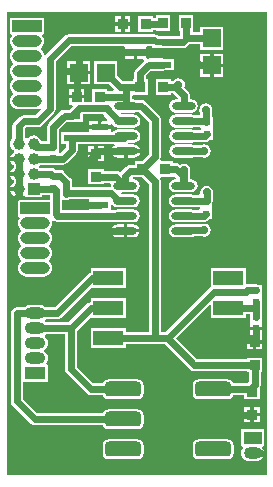
<source format=gbl>
G04 Layer_Physical_Order=2*
G04 Layer_Color=16711680*
%FSLAX25Y25*%
%MOIN*%
G70*
G01*
G75*
%ADD10C,0.02362*%
%ADD11R,0.09843X0.03937*%
%ADD12O,0.09843X0.03937*%
%ADD13R,0.10000X0.05000*%
G04:AMPARAMS|DCode=14|XSize=120mil|YSize=50mil|CornerRadius=12.5mil|HoleSize=0mil|Usage=FLASHONLY|Rotation=180.000|XOffset=0mil|YOffset=0mil|HoleType=Round|Shape=RoundedRectangle|*
%AMROUNDEDRECTD14*
21,1,0.12000,0.02500,0,0,180.0*
21,1,0.09500,0.05000,0,0,180.0*
1,1,0.02500,-0.04750,0.01250*
1,1,0.02500,0.04750,0.01250*
1,1,0.02500,0.04750,-0.01250*
1,1,0.02500,-0.04750,-0.01250*
%
%ADD14ROUNDEDRECTD14*%
%ADD15R,0.06000X0.03937*%
%ADD16O,0.06000X0.04000*%
%ADD17O,0.09843X0.03937*%
%ADD18R,0.09843X0.03937*%
%ADD19O,0.06890X0.03937*%
%ADD20R,0.06890X0.03937*%
%ADD21R,0.03937X0.03937*%
%ADD22C,0.03937*%
%ADD23C,0.02756*%
%ADD24C,0.05000*%
%ADD25R,0.05709X0.02362*%
%ADD26R,0.03740X0.03347*%
%ADD27R,0.03347X0.03740*%
%ADD28R,0.06000X0.06000*%
%ADD29R,0.06000X0.06000*%
%ADD30O,0.07874X0.02756*%
%ADD31R,0.02362X0.01969*%
G36*
X249806Y88977D02*
X249806Y88976D01*
X162992D01*
Y243504D01*
X249806D01*
Y88977D01*
D02*
G37*
%LPC*%
G36*
X247522Y108643D02*
X245455D01*
Y106773D01*
X247522D01*
Y108643D01*
D02*
G37*
G36*
X244274D02*
X242207D01*
Y106773D01*
X244274D01*
Y108643D01*
D02*
G37*
G36*
X229709Y185541D02*
X228864Y185373D01*
X228148Y184894D01*
X227669Y184178D01*
X227501Y183333D01*
X227576Y182955D01*
X227259Y182568D01*
X225368D01*
X225319Y182601D01*
X224474Y182769D01*
X219356D01*
X218511Y182601D01*
X217795Y182123D01*
X217317Y181406D01*
X217148Y180561D01*
X217317Y179717D01*
X217795Y179000D01*
X218511Y178522D01*
X219356Y178354D01*
X224474D01*
X225319Y178522D01*
X225368Y178554D01*
X227342D01*
X227544Y178352D01*
Y177959D01*
X227162Y177568D01*
X225368D01*
X225319Y177601D01*
X224474Y177769D01*
X219356D01*
X218511Y177601D01*
X217795Y177122D01*
X217317Y176406D01*
X217148Y175561D01*
X217317Y174716D01*
X217795Y174000D01*
X218511Y173522D01*
X219356Y173354D01*
X224474D01*
X225319Y173522D01*
X225368Y173554D01*
X228887D01*
X229655Y173707D01*
X230306Y174142D01*
X230580Y174415D01*
X231481D01*
Y175993D01*
X231520Y176187D01*
X231481Y176381D01*
Y177852D01*
X231481Y177959D01*
Y178352D01*
X231481Y178459D01*
Y179429D01*
X231563Y179552D01*
X231716Y180320D01*
Y182439D01*
X231749Y182488D01*
X231917Y183333D01*
X231749Y184178D01*
X231270Y184894D01*
X230554Y185373D01*
X229709Y185541D01*
D02*
G37*
G36*
X244274Y111694D02*
X242207D01*
Y109824D01*
X244274D01*
Y111694D01*
D02*
G37*
G36*
X236601Y100967D02*
X227101D01*
X226306Y100809D01*
X225632Y100359D01*
X225182Y99685D01*
X225024Y98890D01*
Y96390D01*
X225182Y95595D01*
X225632Y94921D01*
X226306Y94471D01*
X227101Y94313D01*
X236601D01*
X237396Y94471D01*
X238070Y94921D01*
X238520Y95595D01*
X238678Y96390D01*
Y98890D01*
X238520Y99685D01*
X238070Y100359D01*
X237396Y100809D01*
X236601Y100967D01*
D02*
G37*
G36*
X228887Y199306D02*
X228042Y199138D01*
X227993Y199106D01*
X225497D01*
X225448Y199138D01*
X224603Y199306D01*
X219485D01*
X218640Y199138D01*
X217923Y198660D01*
X217445Y197943D01*
X217277Y197099D01*
X217445Y196254D01*
X217923Y195537D01*
X218640Y195059D01*
X219485Y194891D01*
X224603D01*
X225448Y195059D01*
X225497Y195092D01*
X227993D01*
X228042Y195059D01*
X228887Y194891D01*
X229732Y195059D01*
X230448Y195537D01*
X230927Y196254D01*
X231095Y197099D01*
X230927Y197943D01*
X230448Y198660D01*
X229732Y199138D01*
X228887Y199306D01*
D02*
G37*
G36*
X247522Y111694D02*
X245455D01*
Y109824D01*
X247522D01*
Y111694D01*
D02*
G37*
G36*
X206601Y100967D02*
X197101D01*
X196306Y100809D01*
X195632Y100359D01*
X195182Y99685D01*
X195024Y98890D01*
Y96390D01*
X195182Y95595D01*
X195632Y94921D01*
X196306Y94471D01*
X197101Y94313D01*
X206601D01*
X207396Y94471D01*
X208070Y94921D01*
X208520Y95595D01*
X208678Y96390D01*
Y98890D01*
X208520Y99685D01*
X208070Y100359D01*
X207396Y100809D01*
X206601Y100967D01*
D02*
G37*
G36*
X248780Y104279D02*
X241205D01*
Y98768D01*
X241570D01*
X241817Y98268D01*
X241557Y97929D01*
X241277Y97251D01*
X241181Y96524D01*
X241277Y95796D01*
X241557Y95118D01*
X242004Y94536D01*
X242586Y94089D01*
X243265Y93808D01*
X243992Y93712D01*
X245992D01*
X246720Y93808D01*
X247398Y94089D01*
X247980Y94536D01*
X248427Y95118D01*
X248708Y95796D01*
X248804Y96524D01*
X248708Y97251D01*
X248427Y97929D01*
X248167Y98268D01*
X248414Y98768D01*
X248780D01*
Y104279D01*
D02*
G37*
G36*
X166402Y183933D02*
X164290D01*
X164307Y183804D01*
X164585Y183134D01*
X165027Y182558D01*
X165602Y182116D01*
X166273Y181839D01*
X166402Y181822D01*
Y183933D01*
D02*
G37*
G36*
X202746Y157966D02*
X191171D01*
Y156620D01*
X190737Y156533D01*
X190086Y156098D01*
X179019Y145031D01*
X175880D01*
X175358Y145431D01*
X174688Y145709D01*
X173969Y145803D01*
X171016D01*
X170296Y145709D01*
X169626Y145431D01*
X169104Y145031D01*
X166467D01*
X165699Y144878D01*
X165047Y144443D01*
X164612Y143792D01*
X164460Y143024D01*
Y113622D01*
X164612Y112854D01*
X165047Y112203D01*
X171030Y106221D01*
X171681Y105786D01*
X172449Y105633D01*
X195174D01*
X195182Y105595D01*
X195632Y104921D01*
X196306Y104471D01*
X197101Y104313D01*
X206601D01*
X207396Y104471D01*
X208070Y104921D01*
X208520Y105595D01*
X208678Y106390D01*
Y108890D01*
X208520Y109685D01*
X208070Y110359D01*
X207396Y110809D01*
X206601Y110967D01*
X197101D01*
X196306Y110809D01*
X195632Y110359D01*
X195182Y109685D01*
X195174Y109647D01*
X173281D01*
X168474Y114454D01*
Y120268D01*
X176725D01*
Y125779D01*
X176351D01*
X176104Y126279D01*
X176376Y126634D01*
X176654Y127304D01*
X176748Y128024D01*
X176654Y128743D01*
X176376Y129413D01*
X175934Y129989D01*
X175641Y130214D01*
Y130833D01*
X175934Y131058D01*
X176376Y131634D01*
X176654Y132304D01*
X176748Y133024D01*
X176654Y133743D01*
X176376Y134413D01*
X175934Y134989D01*
X175722Y135152D01*
X175704Y135675D01*
X176065Y136016D01*
X182406D01*
Y124367D01*
X182559Y123599D01*
X182994Y122948D01*
X189721Y116221D01*
X190373Y115786D01*
X191141Y115633D01*
X195174D01*
X195182Y115595D01*
X195632Y114921D01*
X196306Y114471D01*
X197101Y114313D01*
X206601D01*
X207396Y114471D01*
X208070Y114921D01*
X208520Y115595D01*
X208678Y116390D01*
Y118890D01*
X208520Y119685D01*
X208070Y120359D01*
X207396Y120809D01*
X206601Y120967D01*
X197101D01*
X196306Y120809D01*
X195632Y120359D01*
X195182Y119685D01*
X195174Y119647D01*
X191972D01*
X186420Y125199D01*
Y137192D01*
X190720Y141492D01*
X191171Y141392D01*
Y141392D01*
X191171Y141392D01*
X202746D01*
Y147966D01*
X191171D01*
Y146686D01*
X191068D01*
X190300Y146533D01*
X189649Y146098D01*
X183582Y140031D01*
X175880D01*
X175722Y140152D01*
X175704Y140675D01*
X176065Y141016D01*
X179850D01*
X180618Y141169D01*
X181269Y141604D01*
X190792Y151127D01*
X191171Y151392D01*
Y151392D01*
X191171Y151392D01*
X202746D01*
Y157966D01*
D02*
G37*
G36*
X202033Y169971D02*
X197975D01*
X198025Y169717D01*
X198504Y169000D01*
X199220Y168522D01*
X200065Y168354D01*
X202033D01*
Y169971D01*
D02*
G37*
G36*
X248319Y132835D02*
X246252D01*
Y130965D01*
X248319D01*
Y132835D01*
D02*
G37*
G36*
X248153Y137368D02*
X244216D01*
Y136386D01*
X244216Y136187D01*
X243841Y135886D01*
X243004D01*
Y134016D01*
X248319D01*
Y135755D01*
X248319Y135886D01*
X248153Y136317D01*
X248153Y136386D01*
Y137368D01*
D02*
G37*
G36*
X207273Y169971D02*
X203214D01*
Y168354D01*
X205183D01*
X206028Y168522D01*
X206744Y169000D01*
X207223Y169717D01*
X207273Y169971D01*
D02*
G37*
G36*
X228934Y172935D02*
X228089Y172767D01*
X228040Y172734D01*
X224648D01*
X224474Y172769D01*
X219356D01*
X218511Y172601D01*
X217795Y172123D01*
X217317Y171406D01*
X217148Y170561D01*
X217317Y169717D01*
X217795Y169000D01*
X218511Y168522D01*
X219356Y168354D01*
X224474D01*
X225319Y168522D01*
X225617Y168720D01*
X228040D01*
X228089Y168688D01*
X228934Y168520D01*
X229778Y168688D01*
X230495Y169166D01*
X230973Y169883D01*
X231141Y170727D01*
X230973Y171572D01*
X230495Y172289D01*
X229778Y172767D01*
X228934Y172935D01*
D02*
G37*
G36*
X245071Y132835D02*
X243004D01*
Y130965D01*
X245071D01*
Y132835D01*
D02*
G37*
G36*
X202033Y172769D02*
X200065D01*
X199220Y172601D01*
X198504Y172123D01*
X198025Y171406D01*
X197975Y171152D01*
X202033D01*
Y172769D01*
D02*
G37*
G36*
X205183D02*
X203214D01*
Y171152D01*
X207273D01*
X207223Y171406D01*
X206744Y172123D01*
X206028Y172601D01*
X205183Y172769D01*
D02*
G37*
G36*
X235218Y229450D02*
X232022D01*
Y226253D01*
X235218D01*
Y229450D01*
D02*
G37*
G36*
X205390Y229089D02*
X202338D01*
Y227711D01*
X205390D01*
Y229089D01*
D02*
G37*
G36*
X190858Y227038D02*
X187661D01*
Y223841D01*
X190858D01*
Y227038D01*
D02*
G37*
G36*
X230840Y229450D02*
X227644D01*
Y226253D01*
X230840D01*
Y229450D01*
D02*
G37*
G36*
X225295Y242336D02*
X220374D01*
Y237021D01*
X220828D01*
Y235426D01*
X215232D01*
X215038Y235388D01*
X213730D01*
X213689Y235448D01*
X213038Y235883D01*
X212270Y236036D01*
X183731D01*
X182963Y235883D01*
X182312Y235448D01*
X176025Y229161D01*
X176002Y229126D01*
X175482Y229248D01*
X175446Y229517D01*
X175169Y230187D01*
X174727Y230763D01*
X174434Y230988D01*
Y231607D01*
X174727Y231832D01*
X175169Y232408D01*
X175446Y233078D01*
X175541Y233797D01*
X175446Y234517D01*
X175169Y235187D01*
X174897Y235542D01*
X175144Y236041D01*
X175517D01*
Y241553D01*
X164100D01*
Y236041D01*
X164474D01*
X164720Y235542D01*
X164449Y235187D01*
X164171Y234517D01*
X164076Y233797D01*
X164171Y233078D01*
X164449Y232408D01*
X164890Y231832D01*
X165183Y231607D01*
Y230988D01*
X164890Y230763D01*
X164449Y230187D01*
X164171Y229517D01*
X164076Y228797D01*
X164171Y228078D01*
X164449Y227408D01*
X164890Y226832D01*
X165183Y226607D01*
Y225988D01*
X164890Y225763D01*
X164449Y225187D01*
X164171Y224517D01*
X164076Y223797D01*
X164171Y223078D01*
X164449Y222408D01*
X164890Y221832D01*
X165183Y221607D01*
Y220988D01*
X164890Y220763D01*
X164449Y220187D01*
X164171Y219517D01*
X164076Y218797D01*
X164171Y218078D01*
X164449Y217408D01*
X164890Y216832D01*
X165183Y216607D01*
Y215988D01*
X164890Y215763D01*
X164449Y215187D01*
X164171Y214517D01*
X164076Y213797D01*
X164171Y213078D01*
X164449Y212408D01*
X164890Y211832D01*
X165466Y211390D01*
X166137Y211112D01*
X166856Y211018D01*
X172761D01*
X173481Y211112D01*
X174151Y211390D01*
X174420Y210984D01*
X172491Y209055D01*
X168754D01*
X167985Y208903D01*
X167334Y208468D01*
X165573Y206706D01*
X165138Y206055D01*
X164985Y205287D01*
Y201435D01*
X164585Y200913D01*
X164307Y200243D01*
X164213Y199524D01*
X164307Y198804D01*
X164585Y198134D01*
X165027Y197558D01*
X165320Y197333D01*
Y196714D01*
X165027Y196489D01*
X164585Y195913D01*
X164307Y195243D01*
X164290Y195114D01*
X166992D01*
Y193933D01*
X164290D01*
X164307Y193804D01*
X164585Y193134D01*
X165027Y192558D01*
X165320Y192333D01*
Y191714D01*
X165027Y191489D01*
X164585Y190913D01*
X164307Y190243D01*
X164290Y190114D01*
X166992D01*
Y188933D01*
X164290D01*
X164307Y188804D01*
X164585Y188134D01*
X165027Y187558D01*
X165320Y187333D01*
Y186714D01*
X165027Y186489D01*
X164585Y185913D01*
X164307Y185243D01*
X164290Y185114D01*
X166992D01*
Y184524D01*
X167583D01*
Y181822D01*
X167712Y181839D01*
X168382Y182116D01*
X168736Y182388D01*
X169236Y182142D01*
Y181768D01*
X174748D01*
Y182517D01*
X177375D01*
Y180780D01*
X166783D01*
Y175268D01*
X167157D01*
X167404Y174768D01*
X167132Y174413D01*
X166855Y173743D01*
X166760Y173024D01*
X166855Y172304D01*
X167132Y171634D01*
X167574Y171058D01*
X167867Y170833D01*
Y170214D01*
X167574Y169989D01*
X167132Y169413D01*
X166855Y168743D01*
X166760Y168024D01*
X166855Y167304D01*
X167132Y166634D01*
X167574Y166058D01*
X167867Y165833D01*
Y165214D01*
X167574Y164989D01*
X167132Y164413D01*
X166855Y163743D01*
X166760Y163024D01*
X166855Y162304D01*
X167132Y161634D01*
X167574Y161058D01*
X167867Y160833D01*
Y160214D01*
X167574Y159989D01*
X167132Y159413D01*
X166855Y158743D01*
X166760Y158024D01*
X166855Y157304D01*
X167132Y156634D01*
X167574Y156058D01*
X168150Y155616D01*
X168820Y155339D01*
X169539Y155244D01*
X175445D01*
X176164Y155339D01*
X176835Y155616D01*
X177410Y156058D01*
X177852Y156634D01*
X178130Y157304D01*
X178225Y158024D01*
X178130Y158743D01*
X177852Y159413D01*
X177410Y159989D01*
X177118Y160214D01*
Y160833D01*
X177410Y161058D01*
X177852Y161634D01*
X178130Y162304D01*
X178225Y163024D01*
X178130Y163743D01*
X177852Y164413D01*
X177410Y164989D01*
X177118Y165214D01*
Y165833D01*
X177410Y166058D01*
X177852Y166634D01*
X178130Y167304D01*
X178225Y168024D01*
X178130Y168743D01*
X177852Y169413D01*
X177410Y169989D01*
X177118Y170214D01*
Y170833D01*
X177410Y171058D01*
X177852Y171634D01*
X178130Y172304D01*
X178225Y173024D01*
X178131Y173735D01*
X178202Y173817D01*
X178549Y174037D01*
X179102Y173668D01*
X179870Y173515D01*
X199254D01*
X200065Y173354D01*
X205183D01*
X206028Y173522D01*
X206744Y174000D01*
X207223Y174716D01*
X207391Y175561D01*
X207223Y176406D01*
X206744Y177122D01*
X206028Y177601D01*
X205183Y177769D01*
X200065D01*
X199220Y177601D01*
X199112Y177529D01*
X197899D01*
Y179005D01*
X198399Y179156D01*
X198504Y179000D01*
X199220Y178522D01*
X200065Y178354D01*
X205183D01*
X206028Y178522D01*
X206744Y179000D01*
X207223Y179717D01*
X207391Y180561D01*
X207223Y181406D01*
X206744Y182123D01*
X206028Y182601D01*
X205183Y182769D01*
X201331D01*
X201274Y182854D01*
X201542Y183354D01*
X205183D01*
X206028Y183522D01*
X206744Y184000D01*
X207223Y184716D01*
X207391Y185561D01*
X207223Y186406D01*
X206744Y187122D01*
X206028Y187601D01*
X205378Y187730D01*
X205154Y188154D01*
X205145Y188269D01*
X205263Y188437D01*
X208121D01*
X210391Y186167D01*
Y136686D01*
X202746D01*
Y137966D01*
X191171D01*
Y131392D01*
X202746D01*
Y132672D01*
X215843D01*
X224186Y124329D01*
X224837Y123894D01*
X225605Y123741D01*
X243004D01*
Y123288D01*
X243655D01*
Y119998D01*
X243304Y119647D01*
X238528D01*
X238520Y119685D01*
X238070Y120359D01*
X237396Y120809D01*
X236601Y120967D01*
X227101D01*
X226306Y120809D01*
X225632Y120359D01*
X225182Y119685D01*
X225024Y118890D01*
Y116390D01*
X225182Y115595D01*
X225632Y114921D01*
X226306Y114471D01*
X227101Y114313D01*
X236601D01*
X237396Y114471D01*
X238070Y114921D01*
X238520Y115595D01*
X238528Y115633D01*
X242207D01*
Y114450D01*
X247522D01*
Y118428D01*
X247669Y119167D01*
Y123288D01*
X248319D01*
Y128209D01*
X243004D01*
Y127755D01*
X226436D01*
X219513Y134679D01*
X230709Y145875D01*
X231171Y145684D01*
Y141392D01*
X242746D01*
Y142672D01*
X244187D01*
Y141905D01*
X244216Y141758D01*
Y140230D01*
X244216Y140124D01*
Y139730D01*
X244216Y139624D01*
Y138549D01*
X248153D01*
Y139624D01*
X248153Y139730D01*
Y140124D01*
X248153Y140230D01*
Y141663D01*
X248201Y141905D01*
Y146805D01*
X248163Y146999D01*
Y148577D01*
X248163D01*
Y148970D01*
X248163D01*
Y150548D01*
X248201Y150742D01*
X248163Y150936D01*
Y152514D01*
X247086D01*
X246962Y152596D01*
X246194Y152749D01*
X243305D01*
X243132Y152715D01*
X242746Y153032D01*
Y157966D01*
X231171D01*
Y151886D01*
X230787Y151630D01*
X215843Y136686D01*
X214405D01*
Y186998D01*
X214252Y187766D01*
X214103Y187989D01*
X214370Y188489D01*
X218387D01*
Y188617D01*
X218887Y188824D01*
X219441Y188269D01*
X219400Y188024D01*
X219254Y187749D01*
X218511Y187601D01*
X217795Y187122D01*
X217317Y186406D01*
X217148Y185561D01*
X217317Y184716D01*
X217795Y184000D01*
X218511Y183522D01*
X219356Y183354D01*
X224474D01*
X225319Y183522D01*
X226035Y184000D01*
X226514Y184716D01*
X226682Y185561D01*
X226514Y186406D01*
X226035Y187122D01*
X225319Y187601D01*
X224474Y187769D01*
X224088D01*
Y189838D01*
X224121Y189887D01*
X224289Y190732D01*
X224121Y191577D01*
X223642Y192293D01*
X222926Y192772D01*
X222081Y192940D01*
X221236Y192772D01*
X220864Y192523D01*
X220821Y192566D01*
X220170Y193001D01*
X219402Y193154D01*
X218387D01*
Y193804D01*
X214349D01*
X214082Y194304D01*
X214189Y194465D01*
X214342Y195233D01*
Y207739D01*
X214189Y208508D01*
X213754Y209159D01*
X209395Y213518D01*
X208744Y213953D01*
X207976Y214106D01*
X206205D01*
X206156Y214138D01*
X205311Y214306D01*
X204759D01*
Y215579D01*
X205131Y215888D01*
X210053D01*
Y221203D01*
X209599D01*
Y222330D01*
X211201Y223932D01*
X215232D01*
X215426Y223971D01*
X218874D01*
Y227907D01*
X215426D01*
X215232Y227946D01*
X210369D01*
X210008Y227874D01*
X209622Y228191D01*
Y229089D01*
X206571D01*
Y227711D01*
X208595D01*
X208803Y227211D01*
X206173Y224581D01*
X205738Y223930D01*
X205585Y223162D01*
Y221203D01*
X205131D01*
Y220553D01*
X201607D01*
X199858Y222302D01*
Y227038D01*
X192283D01*
Y219463D01*
X197020D01*
X198803Y217679D01*
X198612Y217217D01*
X196517D01*
Y217868D01*
X191595D01*
Y213379D01*
X188839D01*
Y214620D01*
X183918D01*
Y212553D01*
X184946D01*
X185137Y212091D01*
X183949Y210903D01*
X182353D01*
X182159Y210864D01*
X181139D01*
Y210452D01*
X180933Y210315D01*
X177193Y206575D01*
X176758Y205924D01*
X176605Y205156D01*
Y200593D01*
X174532D01*
X174399Y200913D01*
X173958Y201489D01*
X173382Y201931D01*
X172712Y202209D01*
X171992Y202303D01*
X171273Y202209D01*
X170602Y201931D01*
X170027Y201489D01*
X169864Y201277D01*
X169341Y201259D01*
X168999Y201620D01*
Y204456D01*
X169585Y205041D01*
X173323D01*
X174091Y205194D01*
X174742Y205629D01*
X178864Y209751D01*
X179299Y210402D01*
X179452Y211170D01*
Y226910D01*
X184563Y232022D01*
X202034D01*
X202338Y231648D01*
Y230270D01*
X209622D01*
Y231648D01*
X209926Y232022D01*
X211590D01*
Y231451D01*
X215038D01*
X215232Y231412D01*
X221772D01*
X222540Y231565D01*
X223191Y232000D01*
X223846Y232655D01*
X227644D01*
Y230875D01*
X235218D01*
Y238450D01*
X227644D01*
Y236669D01*
X225650D01*
X225295Y237021D01*
Y242336D01*
D02*
G37*
G36*
X201139Y242143D02*
X199269D01*
Y240076D01*
X201139D01*
Y242143D01*
D02*
G37*
G36*
X204190D02*
X202320D01*
Y240076D01*
X204190D01*
Y242143D01*
D02*
G37*
G36*
X201139Y238895D02*
X199269D01*
Y236828D01*
X201139D01*
Y238895D01*
D02*
G37*
G36*
X204190D02*
X202320D01*
Y236828D01*
X204190D01*
Y238895D01*
D02*
G37*
G36*
X186480Y227038D02*
X183283D01*
Y223841D01*
X186480D01*
Y227038D01*
D02*
G37*
G36*
X185788Y217868D02*
X183918D01*
Y215801D01*
X185788D01*
Y217868D01*
D02*
G37*
G36*
X188839D02*
X186969D01*
Y215801D01*
X188839D01*
Y217868D01*
D02*
G37*
G36*
X217618Y242336D02*
X212697D01*
Y241493D01*
X211867D01*
Y242143D01*
X206946D01*
Y236828D01*
X211867D01*
Y237478D01*
X212697D01*
Y237021D01*
X217618D01*
Y242336D01*
D02*
G37*
G36*
X229431Y212948D02*
X228586Y212780D01*
X227870Y212301D01*
X227391Y211585D01*
X227223Y210740D01*
X227391Y209895D01*
X227424Y209847D01*
Y209106D01*
X225497D01*
X225448Y209138D01*
X224603Y209306D01*
X219485D01*
X218640Y209138D01*
X217923Y208660D01*
X217445Y207944D01*
X217277Y207099D01*
X217445Y206254D01*
X217923Y205538D01*
X218640Y205059D01*
X219485Y204891D01*
X224603D01*
X225448Y205059D01*
X225497Y205092D01*
X227512D01*
X227687Y204916D01*
X227674Y204381D01*
X227357Y204106D01*
X225497D01*
X225448Y204138D01*
X224603Y204306D01*
X219485D01*
X218640Y204138D01*
X217923Y203660D01*
X217445Y202943D01*
X217277Y202099D01*
X217445Y201254D01*
X217923Y200537D01*
X218640Y200059D01*
X219485Y199891D01*
X224603D01*
X225448Y200059D01*
X225497Y200092D01*
X229143D01*
X229911Y200244D01*
X230563Y200679D01*
X230792Y200909D01*
X231694D01*
Y202487D01*
X231733Y202681D01*
X231694Y202875D01*
Y204346D01*
X231694Y204453D01*
Y204846D01*
X231694Y204953D01*
Y208390D01*
X231438D01*
Y209847D01*
X231471Y209895D01*
X231639Y210740D01*
X231471Y211585D01*
X230992Y212301D01*
X230276Y212780D01*
X229431Y212948D01*
D02*
G37*
G36*
X186480Y222660D02*
X183283D01*
Y219463D01*
X186480D01*
Y222660D01*
D02*
G37*
G36*
X230840Y225072D02*
X227644D01*
Y221875D01*
X230840D01*
Y225072D01*
D02*
G37*
G36*
X235218D02*
X232022D01*
Y221875D01*
X235218D01*
Y225072D01*
D02*
G37*
G36*
X190858Y222660D02*
X187661D01*
Y219463D01*
X190858D01*
Y222660D01*
D02*
G37*
G36*
X220294Y221386D02*
X219449Y221218D01*
X218733Y220739D01*
X218608Y220553D01*
X217730D01*
Y221203D01*
X212808D01*
Y215888D01*
X217730D01*
Y216539D01*
X218392D01*
X220037Y214894D01*
Y214306D01*
X219485D01*
X218640Y214138D01*
X217923Y213660D01*
X217445Y212944D01*
X217277Y212099D01*
X217445Y211254D01*
X217923Y210538D01*
X218640Y210059D01*
X219485Y209891D01*
X224603D01*
X225448Y210059D01*
X226164Y210538D01*
X226642Y211254D01*
X226811Y212099D01*
X226642Y212944D01*
X226164Y213660D01*
X225448Y214138D01*
X224603Y214306D01*
X224051D01*
Y215725D01*
X223898Y216493D01*
X223463Y217144D01*
X222310Y218298D01*
X222334Y218333D01*
X222502Y219178D01*
X222334Y220023D01*
X221855Y220739D01*
X221139Y221218D01*
X220294Y221386D01*
D02*
G37*
%LPD*%
G36*
X210328Y206908D02*
Y196064D01*
X208068Y193804D01*
X205788D01*
Y192451D01*
X204127D01*
X203359Y192298D01*
X202708Y191863D01*
X201205Y190360D01*
X200980Y190024D01*
X200387Y190421D01*
X199618Y190574D01*
X195402D01*
Y191027D01*
X190087D01*
Y186106D01*
X195402D01*
Y186560D01*
X197572D01*
X197956Y186060D01*
X197857Y185561D01*
X197867Y185509D01*
X197457Y185009D01*
X184864D01*
Y186845D01*
X184711Y187613D01*
X184276Y188264D01*
X182319Y190221D01*
X181668Y190656D01*
X180900Y190808D01*
X179444D01*
X179310Y190943D01*
X178658Y191378D01*
X177890Y191531D01*
X173904D01*
X173746Y191652D01*
X173728Y192175D01*
X174089Y192517D01*
X181841D01*
X182609Y192669D01*
X183260Y193104D01*
X186200Y196044D01*
X186635Y196695D01*
X186788Y197463D01*
Y199408D01*
X198853D01*
X199004Y198908D01*
X198632Y198660D01*
X198154Y197943D01*
X198103Y197689D01*
X207402D01*
X207351Y197943D01*
X206873Y198660D01*
X206156Y199138D01*
X205311Y199306D01*
X203890D01*
X203639Y199806D01*
X203701Y199891D01*
X205311D01*
X206156Y200059D01*
X206873Y200537D01*
X207351Y201254D01*
X207519Y202099D01*
X207351Y202943D01*
X206873Y203660D01*
X206156Y204138D01*
X205311Y204306D01*
X200193D01*
X199348Y204138D01*
X198632Y203660D01*
X198474Y203422D01*
X197674D01*
Y204565D01*
X190391D01*
Y203422D01*
X184781D01*
X184587Y203384D01*
X181139D01*
Y199447D01*
X182773D01*
Y198294D01*
X181010Y196531D01*
X180963D01*
X180581Y196815D01*
Y198392D01*
X180620Y198586D01*
Y204324D01*
X183184Y206889D01*
X184781D01*
X184975Y206927D01*
X188422D01*
Y209365D01*
X195001D01*
X195428Y208726D01*
X196568Y207586D01*
X196376Y207124D01*
X194623D01*
Y205746D01*
X197674D01*
Y205953D01*
X198115Y206189D01*
X198263Y206090D01*
X198632Y205538D01*
X199348Y205059D01*
X200193Y204891D01*
X205311D01*
X206156Y205059D01*
X206873Y205538D01*
X207351Y206254D01*
X207519Y207099D01*
X207351Y207944D01*
X206873Y208660D01*
X206156Y209138D01*
X205311Y209306D01*
X200946D01*
X200889Y209391D01*
X201157Y209891D01*
X205311D01*
X206156Y210059D01*
X206205Y210092D01*
X207144D01*
X210328Y206908D01*
D02*
G37*
G36*
X184057Y180995D02*
X190616D01*
Y179853D01*
X194258D01*
Y178672D01*
X190616D01*
Y177529D01*
X181389D01*
Y180893D01*
X181889Y181008D01*
X182088Y180875D01*
X182857Y180722D01*
X183625Y180875D01*
X183862Y181034D01*
X183864D01*
X184057Y180995D01*
D02*
G37*
%LPC*%
G36*
X192154Y198705D02*
X190087D01*
Y196834D01*
X192154D01*
Y198705D01*
D02*
G37*
G36*
X195402D02*
X193335D01*
Y196834D01*
X195402D01*
Y198705D01*
D02*
G37*
G36*
X193442Y207124D02*
X190391D01*
Y205746D01*
X193442D01*
Y207124D01*
D02*
G37*
G36*
X207402Y196508D02*
X203343D01*
Y194891D01*
X205311D01*
X206156Y195059D01*
X206873Y195537D01*
X207351Y196254D01*
X207402Y196508D01*
D02*
G37*
G36*
X192154Y195653D02*
X190087D01*
Y193783D01*
X192154D01*
Y195653D01*
D02*
G37*
G36*
X195402D02*
X193335D01*
Y193783D01*
X195402D01*
Y195653D01*
D02*
G37*
G36*
X202162Y196508D02*
X198103D01*
X198154Y196254D01*
X198632Y195537D01*
X199348Y195059D01*
X200193Y194891D01*
X202162D01*
Y196508D01*
D02*
G37*
%LPD*%
D10*
X244992Y96524D02*
X247980D01*
X196847Y210713D02*
X199157Y208402D01*
X196847Y210713D02*
Y211034D01*
X184781Y208896D02*
X187257Y211372D01*
X196510D01*
X196847Y211034D01*
X196958Y134679D02*
X216674D01*
X204127Y190444D02*
X208755D01*
X212398Y136119D02*
Y186998D01*
X208249Y191147D02*
X212398Y186998D01*
X207976Y212099D02*
X212335Y207739D01*
Y195233D02*
Y207739D01*
X208249Y191147D02*
X212335Y195233D01*
X178612Y198586D02*
Y205156D01*
X172930Y198586D02*
X178612D01*
X244135Y117640D02*
X245662Y119167D01*
Y125748D01*
X166755Y181961D02*
X166992D01*
Y189524D02*
Y194524D01*
Y184524D02*
Y189524D01*
X219402Y191147D02*
X221915Y188634D01*
X186379Y222559D02*
X187071Y223251D01*
Y228628D01*
X181134Y223774D02*
X186548D01*
X177444Y227742D02*
X183731Y234029D01*
X177444Y211170D02*
Y227742D01*
X173323Y207048D02*
X177444Y211170D01*
X229709Y180320D02*
Y183333D01*
X222081Y185727D02*
Y190732D01*
X221915Y185561D02*
X222081Y185727D01*
X219223Y218546D02*
X222044Y215725D01*
X229245Y207099D02*
X229431Y206913D01*
Y210740D01*
X222044Y197099D02*
X228887D01*
X229076Y180561D02*
X229313Y180324D01*
X222081Y170727D02*
X228934D01*
X192745Y196244D02*
X193600Y197099D01*
X188460Y191960D02*
X192745Y196244D01*
X186565Y191960D02*
X188460D01*
X193600Y197099D02*
X202752D01*
X195978Y170561D02*
X202624D01*
X199618Y188567D02*
X202624Y185561D01*
X192745Y188567D02*
X199618D01*
X186379Y215210D02*
Y222559D01*
X188605Y230162D02*
X223145D01*
X227645Y225662D02*
X231431D01*
X223145Y230162D02*
X227645Y225662D01*
X187071Y228628D02*
X188605Y230162D01*
X221772Y233419D02*
X222835Y234482D01*
X215232Y233419D02*
X221772D01*
X183731Y234029D02*
X212270D01*
X168754Y207048D02*
X173323D01*
X166992Y205287D02*
X168754Y207048D01*
X166992Y199524D02*
Y205287D01*
X191141Y117640D02*
X201851D01*
X184413Y124367D02*
X191141Y117640D01*
X184413Y124367D02*
Y138024D01*
X191068Y144679D02*
X196958D01*
X184413Y138024D02*
X191068Y144679D01*
X172492Y138024D02*
X184413D01*
X191506Y154679D02*
X196958D01*
X179850Y143024D02*
X191506Y154679D01*
X172492Y143024D02*
X179850D01*
X172449Y107640D02*
X201851D01*
X166467Y113622D02*
X172449Y107640D01*
X166467Y143024D02*
X172492D01*
X166467Y113622D02*
Y143024D01*
X231851Y107640D02*
X233444Y109233D01*
X244864D01*
X231851Y117640D02*
X244135D01*
X246185Y134870D02*
Y137958D01*
X245994Y134679D02*
X246185Y134870D01*
X236958Y134679D02*
X245994D01*
X225605Y125748D02*
X245662D01*
X216674Y134679D02*
X225605Y125748D01*
X228887Y175561D02*
X229513Y176187D01*
X221915Y175561D02*
X228887D01*
X221915Y180561D02*
X229076D01*
X229143Y202099D02*
X229726Y202681D01*
X222044Y202099D02*
X229143D01*
X222044Y207099D02*
X229245D01*
X221915Y185561D02*
Y188634D01*
X215926Y191147D02*
X219402D01*
X207592Y218546D02*
Y223162D01*
X210369Y225939D01*
X215232D01*
X222044Y212099D02*
Y215725D01*
X215269Y218546D02*
X219223D01*
X202752Y212099D02*
Y218305D01*
X194056Y215210D02*
X202321D01*
X202752Y212099D02*
X207976D01*
X202511Y218546D02*
X207592D01*
X200776D02*
X202511D01*
X202752Y218305D01*
X196071Y223251D02*
X200776Y218546D01*
X222835Y234482D02*
X223015Y234662D01*
X231431D01*
X243305Y150742D02*
X246194D01*
X242774Y150210D02*
X243305Y150742D01*
X232206Y150210D02*
X242774D01*
X216674Y134679D02*
X232206Y150210D01*
X246194Y141905D02*
Y146805D01*
X236958Y144679D02*
X245994D01*
X178612Y205156D02*
X182353Y208896D01*
X184781D01*
X171992Y199524D02*
X172930Y198586D01*
X184781Y197463D02*
Y201415D01*
X179870Y175522D02*
X185006D01*
X182857Y182729D02*
Y186845D01*
X180900Y188802D02*
X182857Y186845D01*
X178612Y188802D02*
X180900D01*
X179382Y176010D02*
X179870Y175522D01*
X179382Y176010D02*
Y184095D01*
X178612Y184864D02*
X179382Y184095D01*
X172492Y148024D02*
Y153024D01*
X165602Y154712D02*
Y180807D01*
Y154712D02*
X167291Y153024D01*
X172492D01*
X165602Y180807D02*
X166755Y181961D01*
X166992D02*
Y184524D01*
X202069Y201415D02*
X202752Y202099D01*
X184781Y201415D02*
X202069D01*
X184888Y175522D02*
X202466D01*
X200332Y180561D02*
X202624D01*
X197891Y183002D02*
X200332Y180561D01*
X184057Y183002D02*
X197891D01*
X188949Y179110D02*
X194106D01*
X202624Y185561D02*
Y188940D01*
X204127Y190444D01*
X209407Y239486D02*
X214964D01*
X222835Y234482D02*
Y239679D01*
X171992Y184524D02*
X178272D01*
X171992Y189524D02*
X177890D01*
X178612Y188802D01*
X171992Y194524D02*
X181841D01*
X184781Y197463D01*
D11*
X169809Y238797D02*
D03*
D12*
Y233797D02*
D03*
Y228797D02*
D03*
Y218797D02*
D03*
Y223797D02*
D03*
Y213797D02*
D03*
D13*
X236958Y154679D02*
D03*
Y144679D02*
D03*
Y134679D02*
D03*
X196958Y154679D02*
D03*
Y144679D02*
D03*
Y134679D02*
D03*
D14*
X231851Y117640D02*
D03*
Y107640D02*
D03*
Y97640D02*
D03*
X201851D02*
D03*
Y107640D02*
D03*
Y117640D02*
D03*
D15*
X244992Y101524D02*
D03*
D16*
Y96524D02*
D03*
D17*
X172492Y153024D02*
D03*
Y163024D02*
D03*
Y158024D02*
D03*
Y168024D02*
D03*
Y173024D02*
D03*
Y148024D02*
D03*
D18*
Y178024D02*
D03*
D19*
Y138024D02*
D03*
Y143024D02*
D03*
Y133024D02*
D03*
Y128024D02*
D03*
D20*
Y123024D02*
D03*
D21*
X171992Y184524D02*
D03*
D22*
X166992D02*
D03*
X171992Y189524D02*
D03*
X166992D02*
D03*
X171992Y194524D02*
D03*
X166992D02*
D03*
X171992Y199524D02*
D03*
X166992D02*
D03*
D23*
X194033Y207944D02*
D03*
X181134Y223774D02*
D03*
X229709Y183333D02*
D03*
X222081Y190732D02*
D03*
X228934Y170727D02*
D03*
X228887Y197099D02*
D03*
X229431Y210740D02*
D03*
X220294Y219178D02*
D03*
X188949Y179110D02*
D03*
D24*
X186565Y191960D02*
D03*
D25*
X194258Y179262D02*
D03*
X185006Y183002D02*
D03*
Y175522D02*
D03*
X194033Y205156D02*
D03*
X184781Y208896D02*
D03*
Y201415D02*
D03*
X205980Y229679D02*
D03*
X215232Y225939D02*
D03*
Y233419D02*
D03*
D26*
X192745Y196244D02*
D03*
Y188567D02*
D03*
X245662Y133425D02*
D03*
Y125748D02*
D03*
X244864Y116911D02*
D03*
Y109233D02*
D03*
D27*
X186379Y215210D02*
D03*
X194056D02*
D03*
X209407Y239486D02*
D03*
X201729D02*
D03*
X215158Y239679D02*
D03*
X222835D02*
D03*
X215269Y218546D02*
D03*
X207592D02*
D03*
X215926Y191147D02*
D03*
X208249D02*
D03*
D28*
X187071Y223251D02*
D03*
X196071D02*
D03*
D29*
X231431Y225662D02*
D03*
Y234662D02*
D03*
D30*
X222044Y212099D02*
D03*
Y207099D02*
D03*
Y202099D02*
D03*
Y197099D02*
D03*
X202752Y212099D02*
D03*
Y207099D02*
D03*
Y202099D02*
D03*
Y197099D02*
D03*
X221915Y185561D02*
D03*
Y180561D02*
D03*
Y175561D02*
D03*
Y170561D02*
D03*
X202624Y185561D02*
D03*
Y180561D02*
D03*
Y175561D02*
D03*
Y170561D02*
D03*
D31*
X229726Y206618D02*
D03*
Y202681D02*
D03*
X229513Y180124D02*
D03*
Y176187D02*
D03*
X246185Y141895D02*
D03*
Y137958D02*
D03*
X246194Y150742D02*
D03*
Y146805D02*
D03*
X178612Y198586D02*
D03*
Y194649D02*
D03*
Y188802D02*
D03*
Y184864D02*
D03*
M02*

</source>
